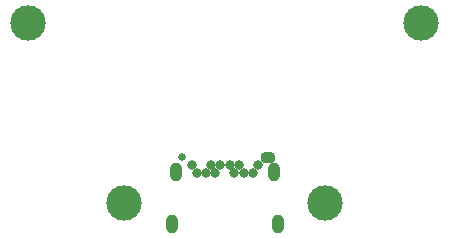
<source format=gbr>
%TF.GenerationSoftware,KiCad,Pcbnew,7.0.5*%
%TF.CreationDate,2024-02-16T09:22:18-05:00*%
%TF.ProjectId,female_connector,66656d61-6c65-45f6-936f-6e6e6563746f,rev?*%
%TF.SameCoordinates,Original*%
%TF.FileFunction,Soldermask,Bot*%
%TF.FilePolarity,Negative*%
%FSLAX46Y46*%
G04 Gerber Fmt 4.6, Leading zero omitted, Abs format (unit mm)*
G04 Created by KiCad (PCBNEW 7.0.5) date 2024-02-16 09:22:18*
%MOMM*%
%LPD*%
G01*
G04 APERTURE LIST*
%ADD10C,0.010000*%
%ADD11C,3.000000*%
%ADD12C,0.650000*%
%ADD13C,0.804000*%
%ADD14O,1.004000X1.604000*%
G04 APERTURE END LIST*
%TO.C,J2*%
D10*
X144107000Y-87916000D02*
X144129000Y-87917000D01*
X144151000Y-87920000D01*
X144173000Y-87924000D01*
X144195000Y-87929000D01*
X144216000Y-87936000D01*
X144237000Y-87943000D01*
X144258000Y-87952000D01*
X144278000Y-87961000D01*
X144297000Y-87972000D01*
X144316000Y-87984000D01*
X144335000Y-87996000D01*
X144352000Y-88010000D01*
X144369000Y-88024000D01*
X144386000Y-88039000D01*
X144401000Y-88056000D01*
X144415000Y-88073000D01*
X144429000Y-88090000D01*
X144441000Y-88109000D01*
X144453000Y-88127000D01*
X144464000Y-88147000D01*
X144473000Y-88167000D01*
X144482000Y-88188000D01*
X144489000Y-88209000D01*
X144496000Y-88230000D01*
X144501000Y-88252000D01*
X144505000Y-88274000D01*
X144508000Y-88296000D01*
X144509000Y-88318000D01*
X144510000Y-88340000D01*
X144509000Y-88362000D01*
X144508000Y-88384000D01*
X144505000Y-88406000D01*
X144501000Y-88428000D01*
X144496000Y-88450000D01*
X144489000Y-88471000D01*
X144482000Y-88492000D01*
X144473000Y-88513000D01*
X144464000Y-88533000D01*
X144453000Y-88552000D01*
X144441000Y-88571000D01*
X144429000Y-88590000D01*
X144415000Y-88607000D01*
X144401000Y-88624000D01*
X144386000Y-88641000D01*
X144369000Y-88656000D01*
X144352000Y-88670000D01*
X144335000Y-88684000D01*
X144316000Y-88696000D01*
X144297000Y-88708000D01*
X144278000Y-88719000D01*
X144258000Y-88728000D01*
X144237000Y-88737000D01*
X144216000Y-88744000D01*
X144195000Y-88751000D01*
X144173000Y-88756000D01*
X144151000Y-88760000D01*
X144129000Y-88763000D01*
X144107000Y-88764000D01*
X144085000Y-88765000D01*
X143785000Y-88765000D01*
X143763000Y-88764000D01*
X143741000Y-88763000D01*
X143719000Y-88760000D01*
X143697000Y-88756000D01*
X143675000Y-88751000D01*
X143654000Y-88744000D01*
X143633000Y-88737000D01*
X143612000Y-88728000D01*
X143592000Y-88719000D01*
X143572000Y-88708000D01*
X143554000Y-88696000D01*
X143535000Y-88684000D01*
X143518000Y-88670000D01*
X143501000Y-88656000D01*
X143484000Y-88641000D01*
X143469000Y-88624000D01*
X143455000Y-88607000D01*
X143441000Y-88590000D01*
X143429000Y-88571000D01*
X143417000Y-88552000D01*
X143406000Y-88533000D01*
X143397000Y-88513000D01*
X143388000Y-88492000D01*
X143381000Y-88471000D01*
X143374000Y-88450000D01*
X143369000Y-88428000D01*
X143365000Y-88406000D01*
X143362000Y-88384000D01*
X143361000Y-88362000D01*
X143360000Y-88340000D01*
X143361000Y-88318000D01*
X143362000Y-88296000D01*
X143365000Y-88274000D01*
X143369000Y-88252000D01*
X143374000Y-88230000D01*
X143381000Y-88209000D01*
X143388000Y-88188000D01*
X143397000Y-88167000D01*
X143406000Y-88147000D01*
X143417000Y-88127000D01*
X143429000Y-88109000D01*
X143441000Y-88090000D01*
X143455000Y-88073000D01*
X143469000Y-88056000D01*
X143484000Y-88039000D01*
X143501000Y-88024000D01*
X143518000Y-88010000D01*
X143535000Y-87996000D01*
X143554000Y-87984000D01*
X143572000Y-87972000D01*
X143592000Y-87961000D01*
X143612000Y-87952000D01*
X143633000Y-87943000D01*
X143654000Y-87936000D01*
X143675000Y-87929000D01*
X143697000Y-87924000D01*
X143719000Y-87920000D01*
X143741000Y-87917000D01*
X143763000Y-87916000D01*
X143785000Y-87915000D01*
X144085000Y-87915000D01*
X144107000Y-87916000D01*
G36*
X144107000Y-87916000D02*
G01*
X144129000Y-87917000D01*
X144151000Y-87920000D01*
X144173000Y-87924000D01*
X144195000Y-87929000D01*
X144216000Y-87936000D01*
X144237000Y-87943000D01*
X144258000Y-87952000D01*
X144278000Y-87961000D01*
X144297000Y-87972000D01*
X144316000Y-87984000D01*
X144335000Y-87996000D01*
X144352000Y-88010000D01*
X144369000Y-88024000D01*
X144386000Y-88039000D01*
X144401000Y-88056000D01*
X144415000Y-88073000D01*
X144429000Y-88090000D01*
X144441000Y-88109000D01*
X144453000Y-88127000D01*
X144464000Y-88147000D01*
X144473000Y-88167000D01*
X144482000Y-88188000D01*
X144489000Y-88209000D01*
X144496000Y-88230000D01*
X144501000Y-88252000D01*
X144505000Y-88274000D01*
X144508000Y-88296000D01*
X144509000Y-88318000D01*
X144510000Y-88340000D01*
X144509000Y-88362000D01*
X144508000Y-88384000D01*
X144505000Y-88406000D01*
X144501000Y-88428000D01*
X144496000Y-88450000D01*
X144489000Y-88471000D01*
X144482000Y-88492000D01*
X144473000Y-88513000D01*
X144464000Y-88533000D01*
X144453000Y-88552000D01*
X144441000Y-88571000D01*
X144429000Y-88590000D01*
X144415000Y-88607000D01*
X144401000Y-88624000D01*
X144386000Y-88641000D01*
X144369000Y-88656000D01*
X144352000Y-88670000D01*
X144335000Y-88684000D01*
X144316000Y-88696000D01*
X144297000Y-88708000D01*
X144278000Y-88719000D01*
X144258000Y-88728000D01*
X144237000Y-88737000D01*
X144216000Y-88744000D01*
X144195000Y-88751000D01*
X144173000Y-88756000D01*
X144151000Y-88760000D01*
X144129000Y-88763000D01*
X144107000Y-88764000D01*
X144085000Y-88765000D01*
X143785000Y-88765000D01*
X143763000Y-88764000D01*
X143741000Y-88763000D01*
X143719000Y-88760000D01*
X143697000Y-88756000D01*
X143675000Y-88751000D01*
X143654000Y-88744000D01*
X143633000Y-88737000D01*
X143612000Y-88728000D01*
X143592000Y-88719000D01*
X143572000Y-88708000D01*
X143554000Y-88696000D01*
X143535000Y-88684000D01*
X143518000Y-88670000D01*
X143501000Y-88656000D01*
X143484000Y-88641000D01*
X143469000Y-88624000D01*
X143455000Y-88607000D01*
X143441000Y-88590000D01*
X143429000Y-88571000D01*
X143417000Y-88552000D01*
X143406000Y-88533000D01*
X143397000Y-88513000D01*
X143388000Y-88492000D01*
X143381000Y-88471000D01*
X143374000Y-88450000D01*
X143369000Y-88428000D01*
X143365000Y-88406000D01*
X143362000Y-88384000D01*
X143361000Y-88362000D01*
X143360000Y-88340000D01*
X143361000Y-88318000D01*
X143362000Y-88296000D01*
X143365000Y-88274000D01*
X143369000Y-88252000D01*
X143374000Y-88230000D01*
X143381000Y-88209000D01*
X143388000Y-88188000D01*
X143397000Y-88167000D01*
X143406000Y-88147000D01*
X143417000Y-88127000D01*
X143429000Y-88109000D01*
X143441000Y-88090000D01*
X143455000Y-88073000D01*
X143469000Y-88056000D01*
X143484000Y-88039000D01*
X143501000Y-88024000D01*
X143518000Y-88010000D01*
X143535000Y-87996000D01*
X143554000Y-87984000D01*
X143572000Y-87972000D01*
X143592000Y-87961000D01*
X143612000Y-87952000D01*
X143633000Y-87943000D01*
X143654000Y-87936000D01*
X143675000Y-87929000D01*
X143697000Y-87924000D01*
X143719000Y-87920000D01*
X143741000Y-87917000D01*
X143763000Y-87916000D01*
X143785000Y-87915000D01*
X144085000Y-87915000D01*
X144107000Y-87916000D01*
G37*
%TD*%
D11*
%TO.C,H1*%
X123698000Y-76962000D03*
%TD*%
D12*
%TO.C,J2*%
X136735000Y-88340000D03*
X143935000Y-88340000D03*
D13*
X143135000Y-88990000D03*
X142735000Y-89690000D03*
X141935000Y-89690000D03*
X141535000Y-88990000D03*
X141135000Y-89690000D03*
X140735000Y-88990000D03*
X139935000Y-88990000D03*
X139535000Y-89690000D03*
X139135000Y-88990000D03*
X138735000Y-89690000D03*
X137935000Y-89690000D03*
X137535000Y-88990000D03*
D14*
X136205000Y-89580000D03*
X144465000Y-89580000D03*
X135845000Y-93980000D03*
X144825000Y-93980000D03*
%TD*%
D11*
%TO.C,H4*%
X148844000Y-92202000D03*
%TD*%
%TO.C,H3*%
X131826000Y-92202000D03*
%TD*%
%TO.C,H2*%
X156972000Y-76962000D03*
%TD*%
M02*

</source>
